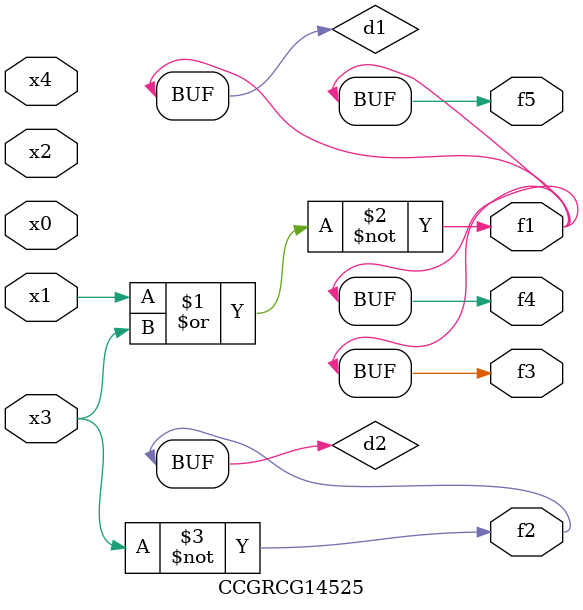
<source format=v>
module CCGRCG14525(
	input x0, x1, x2, x3, x4,
	output f1, f2, f3, f4, f5
);

	wire d1, d2;

	nor (d1, x1, x3);
	not (d2, x3);
	assign f1 = d1;
	assign f2 = d2;
	assign f3 = d1;
	assign f4 = d1;
	assign f5 = d1;
endmodule

</source>
